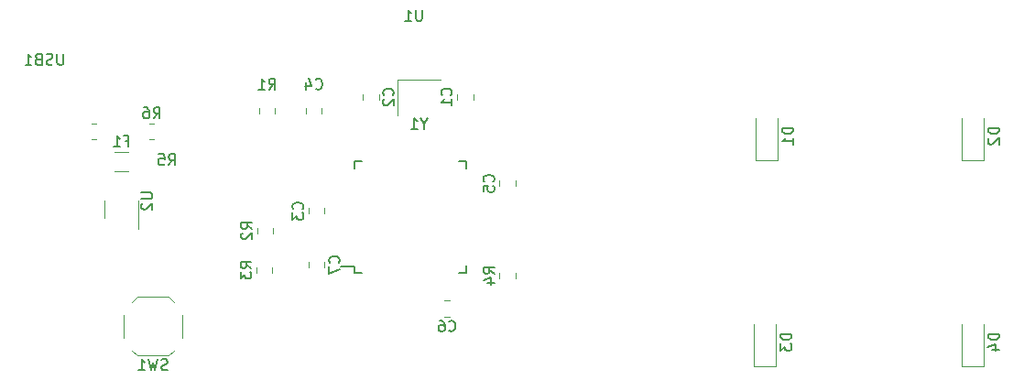
<source format=gbr>
%TF.GenerationSoftware,KiCad,Pcbnew,(6.0.0)*%
%TF.CreationDate,2023-04-29T05:22:17-07:00*%
%TF.ProjectId,coolpcbproject,636f6f6c-7063-4627-9072-6f6a6563742e,rev?*%
%TF.SameCoordinates,Original*%
%TF.FileFunction,Legend,Bot*%
%TF.FilePolarity,Positive*%
%FSLAX46Y46*%
G04 Gerber Fmt 4.6, Leading zero omitted, Abs format (unit mm)*
G04 Created by KiCad (PCBNEW (6.0.0)) date 2023-04-29 05:22:17*
%MOMM*%
%LPD*%
G01*
G04 APERTURE LIST*
%ADD10C,0.150000*%
%ADD11C,0.120000*%
G04 APERTURE END LIST*
D10*
%TO.C,D1*%
X199987181Y-88719705D02*
X198987181Y-88719705D01*
X198987181Y-88957801D01*
X199034801Y-89100658D01*
X199130039Y-89195896D01*
X199225277Y-89243515D01*
X199415753Y-89291134D01*
X199558610Y-89291134D01*
X199749086Y-89243515D01*
X199844324Y-89195896D01*
X199939562Y-89100658D01*
X199987181Y-88957801D01*
X199987181Y-88719705D01*
X199987181Y-90243515D02*
X199987181Y-89672086D01*
X199987181Y-89957801D02*
X198987181Y-89957801D01*
X199130039Y-89862562D01*
X199225277Y-89767324D01*
X199272896Y-89672086D01*
%TO.C,USB1*%
X132548095Y-81875380D02*
X132548095Y-82684904D01*
X132500476Y-82780142D01*
X132452857Y-82827761D01*
X132357619Y-82875380D01*
X132167142Y-82875380D01*
X132071904Y-82827761D01*
X132024285Y-82780142D01*
X131976666Y-82684904D01*
X131976666Y-81875380D01*
X131548095Y-82827761D02*
X131405238Y-82875380D01*
X131167142Y-82875380D01*
X131071904Y-82827761D01*
X131024285Y-82780142D01*
X130976666Y-82684904D01*
X130976666Y-82589666D01*
X131024285Y-82494428D01*
X131071904Y-82446809D01*
X131167142Y-82399190D01*
X131357619Y-82351571D01*
X131452857Y-82303952D01*
X131500476Y-82256333D01*
X131548095Y-82161095D01*
X131548095Y-82065857D01*
X131500476Y-81970619D01*
X131452857Y-81923000D01*
X131357619Y-81875380D01*
X131119523Y-81875380D01*
X130976666Y-81923000D01*
X130214761Y-82351571D02*
X130071904Y-82399190D01*
X130024285Y-82446809D01*
X129976666Y-82542047D01*
X129976666Y-82684904D01*
X130024285Y-82780142D01*
X130071904Y-82827761D01*
X130167142Y-82875380D01*
X130548095Y-82875380D01*
X130548095Y-81875380D01*
X130214761Y-81875380D01*
X130119523Y-81923000D01*
X130071904Y-81970619D01*
X130024285Y-82065857D01*
X130024285Y-82161095D01*
X130071904Y-82256333D01*
X130119523Y-82303952D01*
X130214761Y-82351571D01*
X130548095Y-82351571D01*
X129024285Y-82875380D02*
X129595714Y-82875380D01*
X129310000Y-82875380D02*
X129310000Y-81875380D01*
X129405238Y-82018238D01*
X129500476Y-82113476D01*
X129595714Y-82161095D01*
%TO.C,D2*%
X219037181Y-88719705D02*
X218037181Y-88719705D01*
X218037181Y-88957801D01*
X218084801Y-89100658D01*
X218180039Y-89195896D01*
X218275277Y-89243515D01*
X218465753Y-89291134D01*
X218608610Y-89291134D01*
X218799086Y-89243515D01*
X218894324Y-89195896D01*
X218989562Y-89100658D01*
X219037181Y-88957801D01*
X219037181Y-88719705D01*
X218132420Y-89672086D02*
X218084801Y-89719705D01*
X218037181Y-89814943D01*
X218037181Y-90053039D01*
X218084801Y-90148277D01*
X218132420Y-90195896D01*
X218227658Y-90243515D01*
X218322896Y-90243515D01*
X218465753Y-90195896D01*
X219037181Y-89624467D01*
X219037181Y-90243515D01*
%TO.C,D4*%
X219037181Y-107769705D02*
X218037181Y-107769705D01*
X218037181Y-108007801D01*
X218084801Y-108150658D01*
X218180039Y-108245896D01*
X218275277Y-108293515D01*
X218465753Y-108341134D01*
X218608610Y-108341134D01*
X218799086Y-108293515D01*
X218894324Y-108245896D01*
X218989562Y-108150658D01*
X219037181Y-108007801D01*
X219037181Y-107769705D01*
X218370515Y-109198277D02*
X219037181Y-109198277D01*
X217989562Y-108960181D02*
X218703848Y-108722086D01*
X218703848Y-109341134D01*
%TO.C,F1*%
X138255333Y-89929571D02*
X138588666Y-89929571D01*
X138588666Y-90453380D02*
X138588666Y-89453380D01*
X138112476Y-89453380D01*
X137207714Y-90453380D02*
X137779142Y-90453380D01*
X137493428Y-90453380D02*
X137493428Y-89453380D01*
X137588666Y-89596238D01*
X137683904Y-89691476D01*
X137779142Y-89739095D01*
%TO.C,C1*%
X168380892Y-85685333D02*
X168428511Y-85637714D01*
X168476130Y-85494857D01*
X168476130Y-85399619D01*
X168428511Y-85256761D01*
X168333273Y-85161523D01*
X168238035Y-85113904D01*
X168047559Y-85066285D01*
X167904702Y-85066285D01*
X167714226Y-85113904D01*
X167618988Y-85161523D01*
X167523750Y-85256761D01*
X167476130Y-85399619D01*
X167476130Y-85494857D01*
X167523750Y-85637714D01*
X167571369Y-85685333D01*
X168476130Y-86637714D02*
X168476130Y-86066285D01*
X168476130Y-86352000D02*
X167476130Y-86352000D01*
X167618988Y-86256761D01*
X167714226Y-86161523D01*
X167761845Y-86066285D01*
%TO.C,C7*%
X157993142Y-101179333D02*
X158040761Y-101131714D01*
X158088380Y-100988857D01*
X158088380Y-100893619D01*
X158040761Y-100750761D01*
X157945523Y-100655523D01*
X157850285Y-100607904D01*
X157659809Y-100560285D01*
X157516952Y-100560285D01*
X157326476Y-100607904D01*
X157231238Y-100655523D01*
X157136000Y-100750761D01*
X157088380Y-100893619D01*
X157088380Y-100988857D01*
X157136000Y-101131714D01*
X157183619Y-101179333D01*
X157088380Y-101512666D02*
X157088380Y-102179333D01*
X158088380Y-101750761D01*
%TO.C,C3*%
X154633142Y-96226333D02*
X154680761Y-96178714D01*
X154728380Y-96035857D01*
X154728380Y-95940619D01*
X154680761Y-95797761D01*
X154585523Y-95702523D01*
X154490285Y-95654904D01*
X154299809Y-95607285D01*
X154156952Y-95607285D01*
X153966476Y-95654904D01*
X153871238Y-95702523D01*
X153776000Y-95797761D01*
X153728380Y-95940619D01*
X153728380Y-96035857D01*
X153776000Y-96178714D01*
X153823619Y-96226333D01*
X153728380Y-96559666D02*
X153728380Y-97178714D01*
X154109333Y-96845380D01*
X154109333Y-96988238D01*
X154156952Y-97083476D01*
X154204571Y-97131095D01*
X154299809Y-97178714D01*
X154537904Y-97178714D01*
X154633142Y-97131095D01*
X154680761Y-97083476D01*
X154728380Y-96988238D01*
X154728380Y-96702523D01*
X154680761Y-96607285D01*
X154633142Y-96559666D01*
%TO.C,C5*%
X172286142Y-93686333D02*
X172333761Y-93638714D01*
X172381380Y-93495857D01*
X172381380Y-93400619D01*
X172333761Y-93257761D01*
X172238523Y-93162523D01*
X172143285Y-93114904D01*
X171952809Y-93067285D01*
X171809952Y-93067285D01*
X171619476Y-93114904D01*
X171524238Y-93162523D01*
X171429000Y-93257761D01*
X171381380Y-93400619D01*
X171381380Y-93495857D01*
X171429000Y-93638714D01*
X171476619Y-93686333D01*
X171381380Y-94591095D02*
X171381380Y-94114904D01*
X171857571Y-94067285D01*
X171809952Y-94114904D01*
X171762333Y-94210142D01*
X171762333Y-94448238D01*
X171809952Y-94543476D01*
X171857571Y-94591095D01*
X171952809Y-94638714D01*
X172190904Y-94638714D01*
X172286142Y-94591095D01*
X172333761Y-94543476D01*
X172381380Y-94448238D01*
X172381380Y-94210142D01*
X172333761Y-94114904D01*
X172286142Y-94067285D01*
%TO.C,C4*%
X155868666Y-85066142D02*
X155916285Y-85113761D01*
X156059142Y-85161380D01*
X156154380Y-85161380D01*
X156297238Y-85113761D01*
X156392476Y-85018523D01*
X156440095Y-84923285D01*
X156487714Y-84732809D01*
X156487714Y-84589952D01*
X156440095Y-84399476D01*
X156392476Y-84304238D01*
X156297238Y-84209000D01*
X156154380Y-84161380D01*
X156059142Y-84161380D01*
X155916285Y-84209000D01*
X155868666Y-84256619D01*
X155011523Y-84494714D02*
X155011523Y-85161380D01*
X155249619Y-84113761D02*
X155487714Y-84828047D01*
X154868666Y-84828047D01*
%TO.C,Y1*%
X165904940Y-88334440D02*
X165904940Y-88810630D01*
X166238273Y-87810630D02*
X165904940Y-88334440D01*
X165571607Y-87810630D01*
X164714464Y-88810630D02*
X165285892Y-88810630D01*
X165000178Y-88810630D02*
X165000178Y-87810630D01*
X165095416Y-87953488D01*
X165190654Y-88048726D01*
X165285892Y-88096345D01*
%TO.C,R3*%
X149932380Y-101687333D02*
X149456190Y-101354000D01*
X149932380Y-101115904D02*
X148932380Y-101115904D01*
X148932380Y-101496857D01*
X148980000Y-101592095D01*
X149027619Y-101639714D01*
X149122857Y-101687333D01*
X149265714Y-101687333D01*
X149360952Y-101639714D01*
X149408571Y-101592095D01*
X149456190Y-101496857D01*
X149456190Y-101115904D01*
X148932380Y-102020666D02*
X148932380Y-102639714D01*
X149313333Y-102306380D01*
X149313333Y-102449238D01*
X149360952Y-102544476D01*
X149408571Y-102592095D01*
X149503809Y-102639714D01*
X149741904Y-102639714D01*
X149837142Y-102592095D01*
X149884761Y-102544476D01*
X149932380Y-102449238D01*
X149932380Y-102163523D01*
X149884761Y-102068285D01*
X149837142Y-102020666D01*
%TO.C,U1*%
X165709955Y-77811380D02*
X165709955Y-78620904D01*
X165662336Y-78716142D01*
X165614717Y-78763761D01*
X165519479Y-78811380D01*
X165329003Y-78811380D01*
X165233765Y-78763761D01*
X165186146Y-78716142D01*
X165138527Y-78620904D01*
X165138527Y-77811380D01*
X164138527Y-78811380D02*
X164709955Y-78811380D01*
X164424241Y-78811380D02*
X164424241Y-77811380D01*
X164519479Y-77954238D01*
X164614717Y-78049476D01*
X164709955Y-78097095D01*
%TO.C,D3*%
X199860181Y-107769705D02*
X198860181Y-107769705D01*
X198860181Y-108007801D01*
X198907801Y-108150658D01*
X199003039Y-108245896D01*
X199098277Y-108293515D01*
X199288753Y-108341134D01*
X199431610Y-108341134D01*
X199622086Y-108293515D01*
X199717324Y-108245896D01*
X199812562Y-108150658D01*
X199860181Y-108007801D01*
X199860181Y-107769705D01*
X198860181Y-108674467D02*
X198860181Y-109293515D01*
X199241134Y-108960181D01*
X199241134Y-109103039D01*
X199288753Y-109198277D01*
X199336372Y-109245896D01*
X199431610Y-109293515D01*
X199669705Y-109293515D01*
X199764943Y-109245896D01*
X199812562Y-109198277D01*
X199860181Y-109103039D01*
X199860181Y-108817324D01*
X199812562Y-108722086D01*
X199764943Y-108674467D01*
%TO.C,C6*%
X168187666Y-107447142D02*
X168235285Y-107494761D01*
X168378142Y-107542380D01*
X168473380Y-107542380D01*
X168616238Y-107494761D01*
X168711476Y-107399523D01*
X168759095Y-107304285D01*
X168806714Y-107113809D01*
X168806714Y-106970952D01*
X168759095Y-106780476D01*
X168711476Y-106685238D01*
X168616238Y-106590000D01*
X168473380Y-106542380D01*
X168378142Y-106542380D01*
X168235285Y-106590000D01*
X168187666Y-106637619D01*
X167330523Y-106542380D02*
X167521000Y-106542380D01*
X167616238Y-106590000D01*
X167663857Y-106637619D01*
X167759095Y-106780476D01*
X167806714Y-106970952D01*
X167806714Y-107351904D01*
X167759095Y-107447142D01*
X167711476Y-107494761D01*
X167616238Y-107542380D01*
X167425761Y-107542380D01*
X167330523Y-107494761D01*
X167282904Y-107447142D01*
X167235285Y-107351904D01*
X167235285Y-107113809D01*
X167282904Y-107018571D01*
X167330523Y-106970952D01*
X167425761Y-106923333D01*
X167616238Y-106923333D01*
X167711476Y-106970952D01*
X167759095Y-107018571D01*
X167806714Y-107113809D01*
%TO.C,SW1*%
X142176333Y-111065761D02*
X142033476Y-111113380D01*
X141795380Y-111113380D01*
X141700142Y-111065761D01*
X141652523Y-111018142D01*
X141604904Y-110922904D01*
X141604904Y-110827666D01*
X141652523Y-110732428D01*
X141700142Y-110684809D01*
X141795380Y-110637190D01*
X141985857Y-110589571D01*
X142081095Y-110541952D01*
X142128714Y-110494333D01*
X142176333Y-110399095D01*
X142176333Y-110303857D01*
X142128714Y-110208619D01*
X142081095Y-110161000D01*
X141985857Y-110113380D01*
X141747761Y-110113380D01*
X141604904Y-110161000D01*
X141271571Y-110113380D02*
X141033476Y-111113380D01*
X140843000Y-110399095D01*
X140652523Y-111113380D01*
X140414428Y-110113380D01*
X139509666Y-111113380D02*
X140081095Y-111113380D01*
X139795380Y-111113380D02*
X139795380Y-110113380D01*
X139890619Y-110256238D01*
X139985857Y-110351476D01*
X140081095Y-110399095D01*
%TO.C,R4*%
X172411380Y-102195333D02*
X171935190Y-101862000D01*
X172411380Y-101623904D02*
X171411380Y-101623904D01*
X171411380Y-102004857D01*
X171459000Y-102100095D01*
X171506619Y-102147714D01*
X171601857Y-102195333D01*
X171744714Y-102195333D01*
X171839952Y-102147714D01*
X171887571Y-102100095D01*
X171935190Y-102004857D01*
X171935190Y-101623904D01*
X171744714Y-103052476D02*
X172411380Y-103052476D01*
X171363761Y-102814380D02*
X172078047Y-102576285D01*
X172078047Y-103195333D01*
%TO.C,R1*%
X151550666Y-85161380D02*
X151884000Y-84685190D01*
X152122095Y-85161380D02*
X152122095Y-84161380D01*
X151741142Y-84161380D01*
X151645904Y-84209000D01*
X151598285Y-84256619D01*
X151550666Y-84351857D01*
X151550666Y-84494714D01*
X151598285Y-84589952D01*
X151645904Y-84637571D01*
X151741142Y-84685190D01*
X152122095Y-84685190D01*
X150598285Y-85161380D02*
X151169714Y-85161380D01*
X150884000Y-85161380D02*
X150884000Y-84161380D01*
X150979238Y-84304238D01*
X151074476Y-84399476D01*
X151169714Y-84447095D01*
%TO.C,R2*%
X149995880Y-98067833D02*
X149519690Y-97734500D01*
X149995880Y-97496404D02*
X148995880Y-97496404D01*
X148995880Y-97877357D01*
X149043500Y-97972595D01*
X149091119Y-98020214D01*
X149186357Y-98067833D01*
X149329214Y-98067833D01*
X149424452Y-98020214D01*
X149472071Y-97972595D01*
X149519690Y-97877357D01*
X149519690Y-97496404D01*
X149091119Y-98448785D02*
X149043500Y-98496404D01*
X148995880Y-98591642D01*
X148995880Y-98829738D01*
X149043500Y-98924976D01*
X149091119Y-98972595D01*
X149186357Y-99020214D01*
X149281595Y-99020214D01*
X149424452Y-98972595D01*
X149995880Y-98401166D01*
X149995880Y-99020214D01*
%TO.C,R5*%
X142279666Y-92146380D02*
X142613000Y-91670190D01*
X142851095Y-92146380D02*
X142851095Y-91146380D01*
X142470142Y-91146380D01*
X142374904Y-91194000D01*
X142327285Y-91241619D01*
X142279666Y-91336857D01*
X142279666Y-91479714D01*
X142327285Y-91574952D01*
X142374904Y-91622571D01*
X142470142Y-91670190D01*
X142851095Y-91670190D01*
X141374904Y-91146380D02*
X141851095Y-91146380D01*
X141898714Y-91622571D01*
X141851095Y-91574952D01*
X141755857Y-91527333D01*
X141517761Y-91527333D01*
X141422523Y-91574952D01*
X141374904Y-91622571D01*
X141327285Y-91717809D01*
X141327285Y-91955904D01*
X141374904Y-92051142D01*
X141422523Y-92098761D01*
X141517761Y-92146380D01*
X141755857Y-92146380D01*
X141851095Y-92098761D01*
X141898714Y-92051142D01*
%TO.C,R6*%
X140882666Y-87829380D02*
X141216000Y-87353190D01*
X141454095Y-87829380D02*
X141454095Y-86829380D01*
X141073142Y-86829380D01*
X140977904Y-86877000D01*
X140930285Y-86924619D01*
X140882666Y-87019857D01*
X140882666Y-87162714D01*
X140930285Y-87257952D01*
X140977904Y-87305571D01*
X141073142Y-87353190D01*
X141454095Y-87353190D01*
X140025523Y-86829380D02*
X140216000Y-86829380D01*
X140311238Y-86877000D01*
X140358857Y-86924619D01*
X140454095Y-87067476D01*
X140501714Y-87257952D01*
X140501714Y-87638904D01*
X140454095Y-87734142D01*
X140406476Y-87781761D01*
X140311238Y-87829380D01*
X140120761Y-87829380D01*
X140025523Y-87781761D01*
X139977904Y-87734142D01*
X139930285Y-87638904D01*
X139930285Y-87400809D01*
X139977904Y-87305571D01*
X140025523Y-87257952D01*
X140120761Y-87210333D01*
X140311238Y-87210333D01*
X140406476Y-87257952D01*
X140454095Y-87305571D01*
X140501714Y-87400809D01*
%TO.C,C2*%
X163009642Y-85685333D02*
X163057261Y-85637714D01*
X163104880Y-85494857D01*
X163104880Y-85399619D01*
X163057261Y-85256761D01*
X162962023Y-85161523D01*
X162866785Y-85113904D01*
X162676309Y-85066285D01*
X162533452Y-85066285D01*
X162342976Y-85113904D01*
X162247738Y-85161523D01*
X162152500Y-85256761D01*
X162104880Y-85399619D01*
X162104880Y-85494857D01*
X162152500Y-85637714D01*
X162200119Y-85685333D01*
X162200119Y-86066285D02*
X162152500Y-86113904D01*
X162104880Y-86209142D01*
X162104880Y-86447238D01*
X162152500Y-86542476D01*
X162200119Y-86590095D01*
X162295357Y-86637714D01*
X162390595Y-86637714D01*
X162533452Y-86590095D01*
X163104880Y-86018666D01*
X163104880Y-86637714D01*
%TO.C,U2*%
X139774380Y-94710345D02*
X140583904Y-94710345D01*
X140679142Y-94757964D01*
X140726761Y-94805583D01*
X140774380Y-94900821D01*
X140774380Y-95091297D01*
X140726761Y-95186535D01*
X140679142Y-95234154D01*
X140583904Y-95281773D01*
X139774380Y-95281773D01*
X139869619Y-95710345D02*
X139822000Y-95757964D01*
X139774380Y-95853202D01*
X139774380Y-96091297D01*
X139822000Y-96186535D01*
X139869619Y-96234154D01*
X139964857Y-96281773D01*
X140060095Y-96281773D01*
X140202952Y-96234154D01*
X140774380Y-95662726D01*
X140774380Y-96281773D01*
D11*
%TO.C,D1*%
X196534801Y-91707801D02*
X196534801Y-87807801D01*
X198534801Y-91707801D02*
X198534801Y-87807801D01*
X198534801Y-91707801D02*
X196534801Y-91707801D01*
%TO.C,D2*%
X215584801Y-91707801D02*
X215584801Y-87807801D01*
X217584801Y-91707801D02*
X217584801Y-87807801D01*
X217584801Y-91707801D02*
X215584801Y-91707801D01*
%TO.C,D4*%
X215584801Y-110757801D02*
X215584801Y-106857801D01*
X217584801Y-110757801D02*
X215584801Y-110757801D01*
X217584801Y-110757801D02*
X217584801Y-106857801D01*
%TO.C,F1*%
X138524064Y-90911000D02*
X137319936Y-90911000D01*
X138524064Y-92731000D02*
X137319936Y-92731000D01*
%TO.C,C1*%
X170438750Y-85590748D02*
X170438750Y-86113252D01*
X168968750Y-85590748D02*
X168968750Y-86113252D01*
%TO.C,C7*%
X156691000Y-101607252D02*
X156691000Y-101084748D01*
X155221000Y-101607252D02*
X155221000Y-101084748D01*
%TO.C,C3*%
X156691000Y-96131748D02*
X156691000Y-96654252D01*
X155221000Y-96131748D02*
X155221000Y-96654252D01*
%TO.C,C5*%
X172874000Y-93591748D02*
X172874000Y-94114252D01*
X174344000Y-93591748D02*
X174344000Y-94114252D01*
%TO.C,C4*%
X154967000Y-86860748D02*
X154967000Y-87383252D01*
X156437000Y-86860748D02*
X156437000Y-87383252D01*
%TO.C,Y1*%
X163428750Y-84258250D02*
X167428750Y-84258250D01*
X163428750Y-87558250D02*
X163428750Y-84258250D01*
%TO.C,R3*%
X150395000Y-101626936D02*
X150395000Y-102081064D01*
X151865000Y-101626936D02*
X151865000Y-102081064D01*
D10*
%TO.C,U1*%
X169816801Y-102139500D02*
X169816801Y-101464500D01*
X169816801Y-91789500D02*
X169141801Y-91789500D01*
X159466801Y-101564500D02*
X158191801Y-101564500D01*
X169816801Y-102139500D02*
X169141801Y-102139500D01*
X159466801Y-102139500D02*
X160141801Y-102139500D01*
X159466801Y-91789500D02*
X159466801Y-92464500D01*
X169816801Y-91789500D02*
X169816801Y-92464500D01*
X159466801Y-102139500D02*
X159466801Y-101564500D01*
X159466801Y-91789500D02*
X160141801Y-91789500D01*
D11*
%TO.C,D3*%
X198407801Y-110757801D02*
X196407801Y-110757801D01*
X198407801Y-110757801D02*
X198407801Y-106857801D01*
X196407801Y-110757801D02*
X196407801Y-106857801D01*
%TO.C,C6*%
X167759748Y-106145000D02*
X168282252Y-106145000D01*
X167759748Y-104675000D02*
X168282252Y-104675000D01*
%TO.C,SW1*%
X139393000Y-104341000D02*
X142293000Y-104341000D01*
X139393000Y-104341000D02*
X138903000Y-104831000D01*
X143563000Y-106021000D02*
X143563000Y-108101000D01*
X142293000Y-109781000D02*
X142783000Y-109291000D01*
X139393000Y-109781000D02*
X138903000Y-109291000D01*
X142293000Y-104341000D02*
X142783000Y-104831000D01*
X139393000Y-109781000D02*
X142293000Y-109781000D01*
X138123000Y-106021000D02*
X138123000Y-108101000D01*
%TO.C,R4*%
X174344000Y-102134936D02*
X174344000Y-102589064D01*
X172874000Y-102134936D02*
X172874000Y-102589064D01*
%TO.C,R1*%
X152119000Y-87349064D02*
X152119000Y-86894936D01*
X150649000Y-87349064D02*
X150649000Y-86894936D01*
%TO.C,R2*%
X150458500Y-98007436D02*
X150458500Y-98461564D01*
X151928500Y-98007436D02*
X151928500Y-98461564D01*
%TO.C,R5*%
X135154936Y-89762000D02*
X135609064Y-89762000D01*
X135154936Y-88292000D02*
X135609064Y-88292000D01*
%TO.C,R6*%
X140943064Y-88292000D02*
X140488936Y-88292000D01*
X140943064Y-89762000D02*
X140488936Y-89762000D01*
%TO.C,C2*%
X160237500Y-86113252D02*
X160237500Y-85590748D01*
X161707500Y-86113252D02*
X161707500Y-85590748D01*
%TO.C,U2*%
X136362000Y-96266000D02*
X136362000Y-97066000D01*
X136362000Y-96266000D02*
X136362000Y-95466000D01*
X139482000Y-96266000D02*
X139482000Y-98066000D01*
X139482000Y-96266000D02*
X139482000Y-95466000D01*
%TD*%
M02*

</source>
